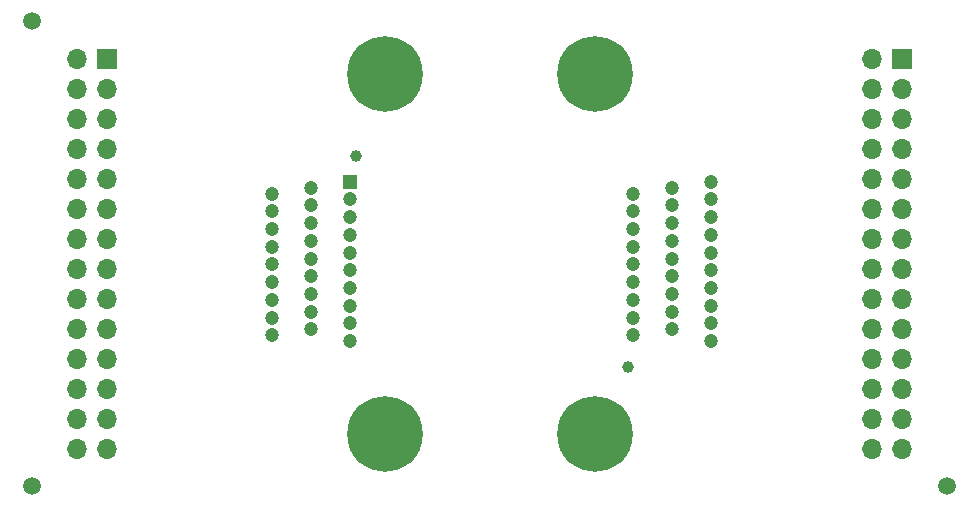
<source format=gbr>
%TF.GenerationSoftware,KiCad,Pcbnew,(6.0.2-0)*%
%TF.CreationDate,2022-04-19T20:24:01-05:00*%
%TF.ProjectId,UDNISOC-1,55444e49-534f-4432-9d31-2e6b69636164,rev?*%
%TF.SameCoordinates,Original*%
%TF.FileFunction,Soldermask,Top*%
%TF.FilePolarity,Negative*%
%FSLAX46Y46*%
G04 Gerber Fmt 4.6, Leading zero omitted, Abs format (unit mm)*
G04 Created by KiCad (PCBNEW (6.0.2-0)) date 2022-04-19 20:24:01*
%MOMM*%
%LPD*%
G01*
G04 APERTURE LIST*
%ADD10C,6.400000*%
%ADD11R,1.700000X1.700000*%
%ADD12O,1.700000X1.700000*%
%ADD13C,1.500000*%
%ADD14C,1.000000*%
%ADD15R,1.200000X1.200000*%
%ADD16C,1.200000*%
G04 APERTURE END LIST*
D10*
%TO.C,MH3*%
X154940000Y-111760000D03*
%TD*%
D11*
%TO.C,J1*%
X131445000Y-80010000D03*
D12*
X128905000Y-80010000D03*
X131445000Y-82550000D03*
X128905000Y-82550000D03*
X131445000Y-85090000D03*
X128905000Y-85090000D03*
X131445000Y-87630000D03*
X128905000Y-87630000D03*
X131445000Y-90170000D03*
X128905000Y-90170000D03*
X131445000Y-92710000D03*
X128905000Y-92710000D03*
X131445000Y-95250000D03*
X128905000Y-95250000D03*
X131445000Y-97790000D03*
X128905000Y-97790000D03*
X131445000Y-100330000D03*
X128905000Y-100330000D03*
X131445000Y-102870000D03*
X128905000Y-102870000D03*
X131445000Y-105410000D03*
X128905000Y-105410000D03*
X131445000Y-107950000D03*
X128905000Y-107950000D03*
X131445000Y-110490000D03*
X128905000Y-110490000D03*
X131445000Y-113030000D03*
X128905000Y-113030000D03*
%TD*%
D10*
%TO.C,MH2*%
X172720000Y-81280000D03*
%TD*%
%TO.C,MH1*%
X154940000Y-81280000D03*
%TD*%
D13*
%TO.C,FID3*%
X125080000Y-116195000D03*
%TD*%
D11*
%TO.C,J2*%
X198750000Y-80010000D03*
D12*
X196210000Y-80010000D03*
X198750000Y-82550000D03*
X196210000Y-82550000D03*
X198750000Y-85090000D03*
X196210000Y-85090000D03*
X198750000Y-87630000D03*
X196210000Y-87630000D03*
X198750000Y-90170000D03*
X196210000Y-90170000D03*
X198750000Y-92710000D03*
X196210000Y-92710000D03*
X198750000Y-95250000D03*
X196210000Y-95250000D03*
X198750000Y-97790000D03*
X196210000Y-97790000D03*
X198750000Y-100330000D03*
X196210000Y-100330000D03*
X198750000Y-102870000D03*
X196210000Y-102870000D03*
X198750000Y-105410000D03*
X196210000Y-105410000D03*
X198750000Y-107950000D03*
X196210000Y-107950000D03*
X198750000Y-110490000D03*
X196210000Y-110490000D03*
X198750000Y-113030000D03*
X196210000Y-113030000D03*
%TD*%
D13*
%TO.C,FID1*%
X125080000Y-76825000D03*
%TD*%
D10*
%TO.C,MH4*%
X172720000Y-111760000D03*
%TD*%
D13*
%TO.C,FID2*%
X202565000Y-116205000D03*
%TD*%
D14*
%TO.C,U1*%
X175500000Y-106115000D03*
X152500000Y-88265000D03*
D15*
X152010000Y-90440000D03*
D16*
X148710000Y-90940000D03*
X145410000Y-91440000D03*
X152010000Y-91940000D03*
X148710000Y-92440000D03*
X145410000Y-92940000D03*
X152010000Y-93440000D03*
X148710000Y-93940000D03*
X145410000Y-94440000D03*
X152010000Y-94940000D03*
X148710000Y-95440000D03*
X145410000Y-95940000D03*
X152010000Y-96440000D03*
X148710000Y-96940000D03*
X145410000Y-97440000D03*
X152010000Y-97940000D03*
X148710000Y-98440000D03*
X145410000Y-98940000D03*
X152010000Y-99440000D03*
X148710000Y-99940000D03*
X145410000Y-100440000D03*
X152010000Y-100940000D03*
X148710000Y-101440000D03*
X145410000Y-101940000D03*
X152010000Y-102440000D03*
X148710000Y-102940000D03*
X145410000Y-103440000D03*
X152010000Y-103940000D03*
X182590000Y-103940000D03*
X175990000Y-103440000D03*
X179290000Y-102940000D03*
X182590000Y-102440000D03*
X175990000Y-101940000D03*
X179290000Y-101440000D03*
X182590000Y-100940000D03*
X175990000Y-100440000D03*
X179290000Y-99940000D03*
X182590000Y-99440000D03*
X175990000Y-98940000D03*
X179290000Y-98440000D03*
X182590000Y-97940000D03*
X175990000Y-97440000D03*
X179290000Y-96940000D03*
X182590000Y-96440000D03*
X175990000Y-95940000D03*
X179290000Y-95440000D03*
X182590000Y-94940000D03*
X175990000Y-94440000D03*
X179290000Y-93940000D03*
X182590000Y-93440000D03*
X175990000Y-92940000D03*
X179290000Y-92440000D03*
X182590000Y-91940000D03*
X175990000Y-91440000D03*
X179290000Y-90940000D03*
X182590000Y-90440000D03*
%TD*%
M02*

</source>
